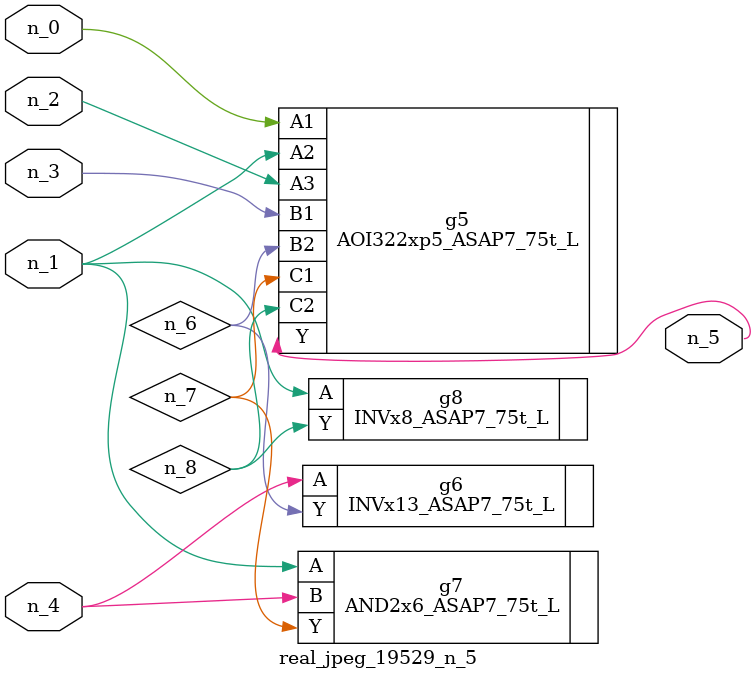
<source format=v>
module real_jpeg_19529_n_5 (n_4, n_0, n_1, n_2, n_3, n_5);

input n_4;
input n_0;
input n_1;
input n_2;
input n_3;

output n_5;

wire n_8;
wire n_6;
wire n_7;

AOI322xp5_ASAP7_75t_L g5 ( 
.A1(n_0),
.A2(n_1),
.A3(n_2),
.B1(n_3),
.B2(n_6),
.C1(n_7),
.C2(n_8),
.Y(n_5)
);

AND2x6_ASAP7_75t_L g7 ( 
.A(n_1),
.B(n_4),
.Y(n_7)
);

INVx8_ASAP7_75t_L g8 ( 
.A(n_1),
.Y(n_8)
);

INVx13_ASAP7_75t_L g6 ( 
.A(n_4),
.Y(n_6)
);


endmodule
</source>
